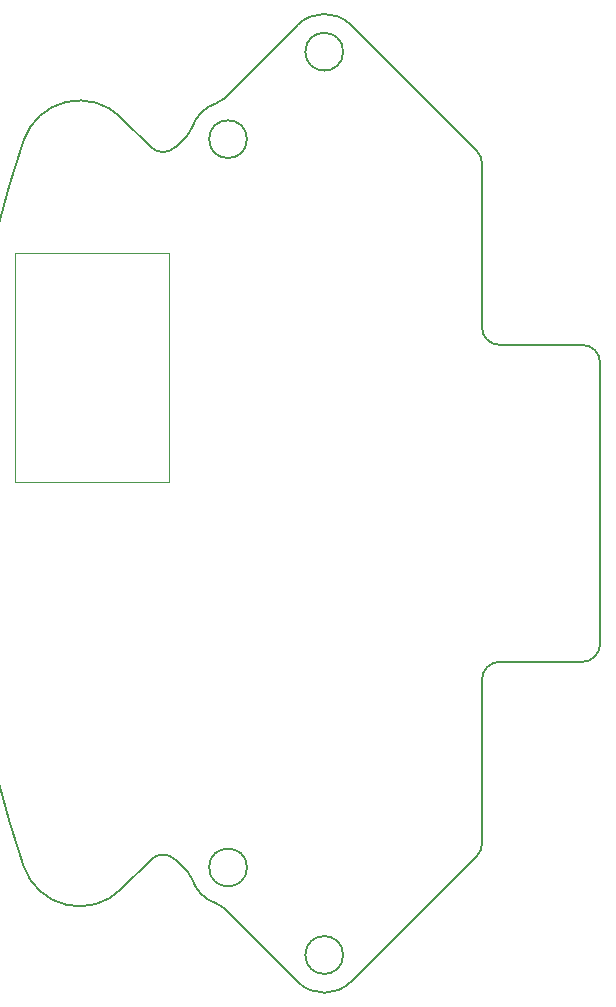
<source format=gbr>
%TF.GenerationSoftware,KiCad,Pcbnew,8.0.1*%
%TF.CreationDate,2024-04-24T01:19:34+09:00*%
%TF.ProjectId,Power-20240325,506f7765-722d-4323-9032-34303332352e,rev?*%
%TF.SameCoordinates,Original*%
%TF.FileFunction,Profile,NP*%
%FSLAX46Y46*%
G04 Gerber Fmt 4.6, Leading zero omitted, Abs format (unit mm)*
G04 Created by KiCad (PCBNEW 8.0.1) date 2024-04-24 01:19:34*
%MOMM*%
%LPD*%
G01*
G04 APERTURE LIST*
%TA.AperFunction,Profile*%
%ADD10C,0.200000*%
%TD*%
%TA.AperFunction,Profile*%
%ADD11C,0.120000*%
%TD*%
G04 APERTURE END LIST*
D10*
X86602663Y-106343953D02*
G75*
G02*
X83402663Y-106343953I-1600000J0D01*
G01*
X83402663Y-106343953D02*
G75*
G02*
X86602663Y-106343953I1600000J0D01*
G01*
X115000000Y-123759458D02*
X108000000Y-123759458D01*
X94749823Y-175415436D02*
G75*
G02*
X91549823Y-175415436I-1600000J0D01*
G01*
X91549823Y-175415436D02*
G75*
G02*
X94749823Y-175415436I1600000J0D01*
G01*
X90887052Y-96672052D02*
X84630902Y-102928202D01*
X80563321Y-106995779D02*
G75*
G02*
X78442041Y-106995742I-1060621J1060779D01*
G01*
X116500000Y-149090600D02*
G75*
G02*
X115012977Y-150590742I-1500200J0D01*
G01*
X106060671Y-107320129D02*
X95412564Y-96672022D01*
X106500000Y-122246324D02*
X106500000Y-108380778D01*
X90887052Y-96672052D02*
G75*
G02*
X95412541Y-96672045I2262748J-2262848D01*
G01*
X81954902Y-105368678D02*
G75*
G02*
X81581802Y-105977302I-1428902J457278D01*
G01*
X84027388Y-171054007D02*
G75*
G02*
X84630903Y-171421997I-457188J-1428693D01*
G01*
X81586952Y-168378048D02*
G75*
G02*
X81954918Y-168981517I-1060652J-1060652D01*
G01*
X106500000Y-165969400D02*
G75*
G02*
X106065017Y-167025685I-1500000J0D01*
G01*
X81581802Y-105977302D02*
X80563323Y-106995781D01*
X84027388Y-171054007D02*
G75*
G02*
X81954897Y-168981524I975312J3047807D01*
G01*
X67697232Y-167902788D02*
G75*
G02*
X67697232Y-106447412I90421568J30727688D01*
G01*
X115000000Y-123759458D02*
G75*
G02*
X116500042Y-125259458I0J-1500042D01*
G01*
X108000000Y-123759458D02*
G75*
G02*
X106499998Y-122246324I100J1500158D01*
G01*
X75966887Y-169829535D02*
X78442010Y-167354411D01*
X86602663Y-168006247D02*
G75*
G02*
X83402663Y-168006247I-1600000J0D01*
G01*
X83402663Y-168006247D02*
G75*
G02*
X86602663Y-168006247I1600000J0D01*
G01*
X116500000Y-149090600D02*
X116500000Y-125259458D01*
X84630902Y-102928202D02*
G75*
G02*
X84027387Y-103296191I-1060702J1060702D01*
G01*
X95412571Y-177678171D02*
X106065037Y-167025705D01*
X80572351Y-167363447D02*
X81586952Y-168378048D01*
X94749823Y-98934764D02*
G75*
G02*
X91549823Y-98934764I-1600000J0D01*
G01*
X91549823Y-98934764D02*
G75*
G02*
X94749823Y-98934764I1600000J0D01*
G01*
X108000000Y-150590742D02*
X115012977Y-150590742D01*
X78442010Y-167354411D02*
G75*
G02*
X80572351Y-167363447I1060690J-1060789D01*
G01*
X106500000Y-152090700D02*
G75*
G02*
X108000000Y-150590700I1500000J0D01*
G01*
X106500000Y-165969400D02*
X106500000Y-152090700D01*
X81954904Y-105368678D02*
G75*
G02*
X84027390Y-103296200I3047796J-975322D01*
G01*
X75966887Y-169829535D02*
G75*
G02*
X67697232Y-167902788I-3535537J3535545D01*
G01*
X84630902Y-171421998D02*
X90896173Y-177687269D01*
X106060671Y-107320129D02*
G75*
G02*
X106500015Y-108380778I-1060671J-1060671D01*
G01*
X67697231Y-106447412D02*
G75*
G02*
X75966869Y-104520653I4734109J-1608768D01*
G01*
X95412571Y-177678171D02*
G75*
G02*
X90896169Y-177687273I-2262771J2262771D01*
G01*
X78442002Y-106995781D02*
X75966872Y-104520650D01*
%TO.C,SW2*%
D11*
X80000000Y-135375000D02*
X67000000Y-135375000D01*
X67000000Y-115975000D01*
X80000000Y-115975000D01*
X80000000Y-135375000D01*
%TD*%
M02*

</source>
